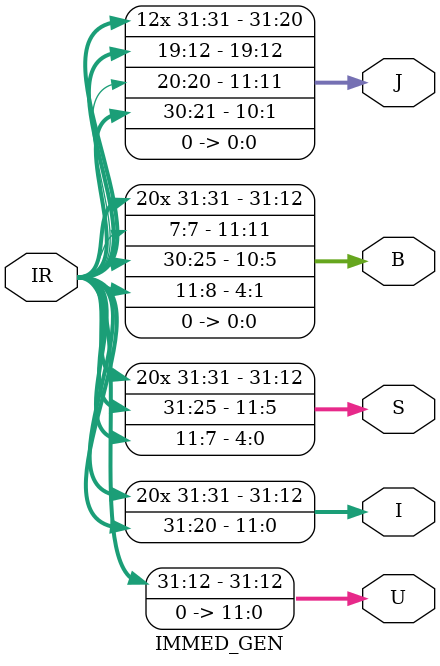
<source format=sv>
`timescale 1ns / 1ps
/*
Uses concatenation to generate immediates
{#{value}} means that value is duplicated # times in the output 
*/
module IMMED_GEN(
    input [31:7] IR,
    output logic [31:0] U, I, S, B, J
    );
    
    always_comb begin               
        U = {IR[31:12], 12'd0};
        I = {{21{IR[31]}}, IR[30:20]};
        S = {{21{IR[31]}}, IR[30:25], IR[11:7]};
        B = {{20{IR[31]}}, IR[7], IR[30:25], IR[11:8], 1'd0};
        J = {{12{IR[31]}}, IR[19:12], IR[20], IR[30:21], 1'd0};
    end
endmodule

</source>
